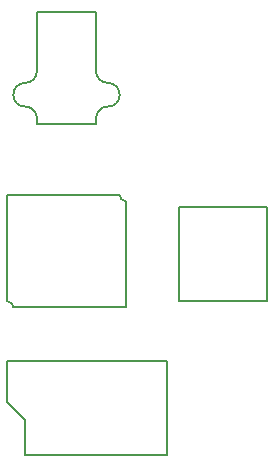
<source format=gbr>
G04 #@! TF.GenerationSoftware,KiCad,Pcbnew,(5.1.5)-3*
G04 #@! TF.CreationDate,2020-06-25T20:17:36-07:00*
G04 #@! TF.ProjectId,Miniscope-v4-Rigid-Flex,4d696e69-7363-46f7-9065-2d76342d5269,rev?*
G04 #@! TF.SameCoordinates,Original*
G04 #@! TF.FileFunction,Other,ECO1*
%FSLAX46Y46*%
G04 Gerber Fmt 4.6, Leading zero omitted, Abs format (unit mm)*
G04 Created by KiCad (PCBNEW (5.1.5)-3) date 2020-06-25 20:17:36*
%MOMM*%
%LPD*%
G04 APERTURE LIST*
%ADD10C,0.150000*%
G04 APERTURE END LIST*
D10*
X106250000Y-102000000D02*
G75*
G02X107250000Y-101000000I1000000J0D01*
G01*
X107250000Y-99000000D02*
G75*
G02X106250000Y-98000000I0J1000000D01*
G01*
X100250000Y-101000000D02*
G75*
G02X101250000Y-102000000I0J-1000000D01*
G01*
X101250000Y-98000000D02*
G75*
G02X100250000Y-99000000I-1000000J0D01*
G01*
X100250000Y-101000000D02*
G75*
G02X100250000Y-99000000I0J1000000D01*
G01*
X107250000Y-99000000D02*
G75*
G02X107250000Y-101000000I0J-1000000D01*
G01*
X106250000Y-102500000D02*
X106250000Y-102000000D01*
X101250000Y-102500000D02*
X101250000Y-102000000D01*
X98750000Y-117500000D02*
G75*
G02X99250000Y-118000000I0J-500000D01*
G01*
X108750000Y-109000000D02*
G75*
G02X108250000Y-108500000I0J500000D01*
G01*
X120750000Y-109500000D02*
X113250000Y-109500000D01*
X120750000Y-117500000D02*
X120750000Y-109500000D01*
X113250000Y-109500000D02*
X113250000Y-117500000D01*
X113250000Y-117500000D02*
X120750000Y-117500000D01*
X99250000Y-118000000D02*
X108750000Y-118000000D01*
X108750000Y-118000000D02*
X108750000Y-109000000D01*
X112250000Y-130500000D02*
X112250000Y-122500000D01*
X98750000Y-122500000D02*
X98750000Y-126000000D01*
X98750000Y-126000000D02*
X100250000Y-127500000D01*
X100250000Y-127500000D02*
X100250000Y-130500000D01*
X100250000Y-130500000D02*
X112250000Y-130500000D01*
X112250000Y-122500000D02*
X98750000Y-122500000D01*
X108250000Y-108500000D02*
X98750000Y-108500000D01*
X98750000Y-108500000D02*
X98750000Y-117500000D01*
X101250000Y-102500000D02*
X106250000Y-102500000D01*
X101250000Y-93000000D02*
X101250000Y-98000000D01*
X106250000Y-93000000D02*
X101250000Y-93000000D01*
X106250000Y-98000000D02*
X106250000Y-93000000D01*
M02*

</source>
